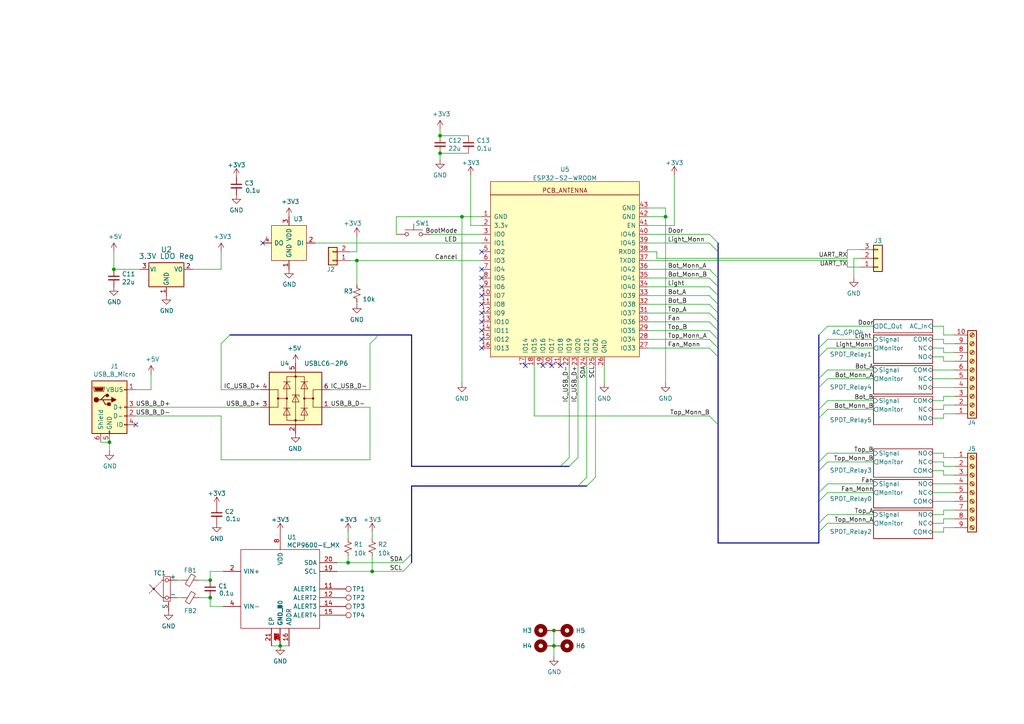
<source format=kicad_sch>
(kicad_sch (version 20211123) (generator eeschema)
  (paper "A4")
  (lib_symbols
    (symbol "Connector:Screw_Terminal_01x09" (pin_names (offset 1.016) hide)
      (property "Reference" "J" (at 0 12.7 0))
      (property "Value" "Screw_Terminal_01x09" (at 0 -12.7 0))
      (symbol "Screw_Terminal_01x09_1_1"
        (pin passive line (at -5.08 10.16 0) (length 3.81) (name "Pin_1") (number "1"))
        (pin passive line (at -5.08 7.62 0) (length 3.81) (name "Pin_2") (number "2"))
        (pin passive line (at -5.08 5.08 0) (length 3.81) (name "Pin_3") (number "3"))
        (pin passive line (at -5.08 2.54 0) (length 3.81) (name "Pin_4") (number "4"))
        (pin passive line (at -5.08 0 0) (length 3.81) (name "Pin_5") (number "5"))
        (pin passive line (at -5.08 -2.54 0) (length 3.81) (name "Pin_6") (number "6"))
        (pin passive line (at -5.08 -5.08 0) (length 3.81) (name "Pin_7") (number "7"))
        (pin passive line (at -5.08 -7.62 0) (length 3.81) (name "Pin_8") (number "8"))
        (pin passive line (at -5.08 -10.16 0) (length 3.81) (name "Pin_9") (number "9"))
      )
    )
    (symbol "Connector:Screw_Terminal_01x10" (pin_names (offset 1.016) hide)
      (property "Reference" "J" (at 0 12.7 0))
      (property "Value" "Screw_Terminal_01x10" (at 0 -15.24 0))
      (symbol "Screw_Terminal_01x10_1_1"
        (pin passive line (at -5.08 10.16 0) (length 3.81) (name "Pin_1") (number "1"))
        (pin passive line (at -5.08 -12.7 0) (length 3.81) (name "Pin_10") (number "10"))
        (pin passive line (at -5.08 7.62 0) (length 3.81) (name "Pin_2") (number "2"))
        (pin passive line (at -5.08 5.08 0) (length 3.81) (name "Pin_3") (number "3"))
        (pin passive line (at -5.08 2.54 0) (length 3.81) (name "Pin_4") (number "4"))
        (pin passive line (at -5.08 0 0) (length 3.81) (name "Pin_5") (number "5"))
        (pin passive line (at -5.08 -2.54 0) (length 3.81) (name "Pin_6") (number "6"))
        (pin passive line (at -5.08 -5.08 0) (length 3.81) (name "Pin_7") (number "7"))
        (pin passive line (at -5.08 -7.62 0) (length 3.81) (name "Pin_8") (number "8"))
        (pin passive line (at -5.08 -10.16 0) (length 3.81) (name "Pin_9") (number "9"))
      )
    )
    (symbol "Connector:TestPoint" (pin_numbers hide) (pin_names (offset 0.762) hide)
      (property "Reference" "TP" (at 0 6.858 0))
      (property "Value" "TestPoint" (at 0 5.08 0))
      (symbol "TestPoint_1_1"
        (pin passive line (at 0 0 90) (length 2.54) (name "1") (number "1"))
      )
    )
    (symbol "Connector:USB_B_Micro" (pin_names (offset 1.016))
      (property "Reference" "J" (at -5.08 11.43 0))
      (property "Value" "USB_B_Micro" (at -5.08 8.89 0))
      (symbol "USB_B_Micro_1_1"
        (pin power_out line (at 7.62 5.08 180) (length 2.54) (name "VBUS") (number "1"))
        (pin bidirectional line (at 7.62 -2.54 180) (length 2.54) (name "D-") (number "2"))
        (pin bidirectional line (at 7.62 0 180) (length 2.54) (name "D+") (number "3"))
        (pin passive line (at 7.62 -5.08 180) (length 2.54) (name "ID") (number "4"))
        (pin power_out line (at 0 -10.16 90) (length 2.54) (name "GND") (number "5"))
        (pin passive line (at -2.54 -10.16 90) (length 2.54) (name "Shield") (number "6"))
      )
    )
    (symbol "Connector_Generic:Conn_01x02" (pin_names (offset 1.016) hide)
      (property "Reference" "J" (at 0 2.54 0))
      (property "Value" "Conn_01x02" (at 0 -5.08 0))
      (symbol "Conn_01x02_1_1"
        (pin passive line (at -5.08 0 0) (length 3.81) (name "Pin_1") (number "1"))
        (pin passive line (at -5.08 -2.54 0) (length 3.81) (name "Pin_2") (number "2"))
      )
    )
    (symbol "Connector_Generic:Conn_01x03" (pin_names (offset 1.016) hide)
      (property "Reference" "J" (at 0 5.08 0))
      (property "Value" "Conn_01x03" (at 0 -5.08 0))
      (symbol "Conn_01x03_1_1"
        (pin passive line (at -5.08 2.54 0) (length 3.81) (name "Pin_1") (number "1"))
        (pin passive line (at -5.08 0 0) (length 3.81) (name "Pin_2") (number "2"))
        (pin passive line (at -5.08 -2.54 0) (length 3.81) (name "Pin_3") (number "3"))
      )
    )
    (symbol "Device:C_Small" (pin_numbers hide) (pin_names (offset 0.254) hide)
      (property "Reference" "C" (at 0.254 1.778 0))
      (property "Value" "C_Small" (at 0.254 -2.032 0))
      (symbol "C_Small_1_1"
        (pin passive line (at 0 2.54 270) (length 2.032) (name "~") (number "1"))
        (pin passive line (at 0 -2.54 90) (length 2.032) (name "~") (number "2"))
      )
    )
    (symbol "Device:FerriteBead_Small" (pin_numbers hide) (pin_names (offset 0))
      (property "Reference" "FB" (at 1.905 1.27 0))
      (property "Value" "FerriteBead_Small" (at 1.905 -1.27 0))
      (symbol "FerriteBead_Small_1_1"
        (pin passive line (at 0 2.54 270) (length 1.27) (name "~") (number "1"))
        (pin passive line (at 0 -2.54 90) (length 1.27) (name "~") (number "2"))
      )
    )
    (symbol "Device:R_Small_US" (pin_numbers hide) (pin_names (offset 0.254) hide)
      (property "Reference" "R" (at 0.762 0.508 0))
      (property "Value" "R_Small_US" (at 0.762 -1.016 0))
      (symbol "R_Small_US_1_1"
        (pin passive line (at 0 2.54 270) (length 1.016) (name "~") (number "1"))
        (pin passive line (at 0 -2.54 90) (length 1.016) (name "~") (number "2"))
      )
    )
    (symbol "ESP32-S2-WROOM:ESP32-S2-WROOM" (pin_names (offset 1.016))
      (property "Reference" "U" (at 0 0 0))
      (property "Value" "ESP32-S2-WROOM" (at 0 27.94 0))
      (symbol "ESP32-S2-WROOM_0_0"
        (text "PCB_ANTENNA" (at -1.27 24.13 0) (effects (font (size 1.27 1.27))))
      )
      (symbol "ESP32-S2-WROOM_1_1"
        (pin power_in line (at -25.4 16.51 0) (length 2.4892) (name "GND") (number "1"))
        (pin bidirectional line (at -25.4 -6.35 0) (length 2.4892) (name "IO7") (number "10"))
        (pin bidirectional line (at -25.4 -8.89 0) (length 2.4892) (name "IO8") (number "11"))
        (pin bidirectional line (at -25.4 -11.43 0) (length 2.4892) (name "IO9") (number "12"))
        (pin bidirectional line (at -25.4 -13.97 0) (length 2.4892) (name "IO10") (number "13"))
        (pin bidirectional line (at -25.4 -16.51 0) (length 2.4892) (name "IO11") (number "14"))
        (pin bidirectional line (at -25.4 -19.05 0) (length 2.4892) (name "IO12") (number "15"))
        (pin bidirectional line (at -25.4 -21.59 0) (length 2.4892) (name "IO13") (number "16"))
        (pin bidirectional line (at -12.7 -26.67 90) (length 2.4892) (name "IO14") (number "17"))
        (pin bidirectional line (at -10.16 -26.67 90) (length 2.4892) (name "IO15") (number "18"))
        (pin bidirectional line (at -7.62 -26.67 90) (length 2.4892) (name "IO16") (number "19"))
        (pin power_in line (at -25.4 13.97 0) (length 2.4892) (name "3.3v") (number "2"))
        (pin bidirectional line (at -5.08 -26.67 90) (length 2.4892) (name "IO17") (number "20"))
        (pin bidirectional line (at -2.54 -26.67 90) (length 2.4892) (name "IO18") (number "21"))
        (pin bidirectional line (at 0 -26.67 90) (length 2.4892) (name "IO19") (number "22"))
        (pin bidirectional line (at 2.54 -26.67 90) (length 2.4892) (name "IO20") (number "23"))
        (pin bidirectional line (at 5.08 -26.67 90) (length 2.4892) (name "IO21") (number "24"))
        (pin bidirectional line (at 7.62 -26.67 90) (length 2.4892) (name "IO26") (number "25"))
        (pin power_in line (at 10.16 -26.67 90) (length 2.4892) (name "GND") (number "26"))
        (pin bidirectional line (at 22.86 -21.59 180) (length 2.4892) (name "IO33") (number "27"))
        (pin bidirectional line (at 22.86 -19.05 180) (length 2.4892) (name "IO34") (number "28"))
        (pin bidirectional line (at 22.86 -16.51 180) (length 2.4892) (name "IO35") (number "29"))
        (pin bidirectional line (at -25.4 11.43 0) (length 2.4892) (name "IO0") (number "3"))
        (pin bidirectional line (at 22.86 -13.97 180) (length 2.4892) (name "IO36") (number "30"))
        (pin bidirectional line (at 22.86 -11.43 180) (length 2.4892) (name "IO37") (number "31"))
        (pin bidirectional line (at 22.86 -8.89 180) (length 2.4892) (name "IO38") (number "32"))
        (pin bidirectional line (at 22.86 -6.35 180) (length 2.4892) (name "IO39") (number "33"))
        (pin bidirectional line (at 22.86 -3.81 180) (length 2.4892) (name "IO40") (number "34"))
        (pin bidirectional line (at 22.86 -1.27 180) (length 2.4892) (name "IO41") (number "35"))
        (pin bidirectional line (at 22.86 1.27 180) (length 2.4892) (name "IO42") (number "36"))
        (pin bidirectional line (at 22.86 3.81 180) (length 2.4892) (name "TXD0") (number "37"))
        (pin bidirectional line (at 22.86 6.35 180) (length 2.4892) (name "RXD0") (number "38"))
        (pin bidirectional line (at 22.86 8.89 180) (length 2.4892) (name "IO45") (number "39"))
        (pin bidirectional line (at -25.4 8.89 0) (length 2.4892) (name "IO1") (number "4"))
        (pin bidirectional line (at 22.86 11.43 180) (length 2.4892) (name "IO46") (number "40"))
        (pin bidirectional line (at 22.86 13.97 180) (length 2.4892) (name "EN") (number "41"))
        (pin power_in line (at 22.86 16.51 180) (length 2.4892) (name "GND") (number "42"))
        (pin power_in line (at 22.86 19.05 180) (length 2.4892) (name "GND") (number "43"))
        (pin bidirectional line (at -25.4 6.35 0) (length 2.4892) (name "IO2") (number "5"))
        (pin bidirectional line (at -25.4 3.81 0) (length 2.4892) (name "IO3") (number "6"))
        (pin bidirectional line (at -25.4 1.27 0) (length 2.4892) (name "IO4") (number "7"))
        (pin bidirectional line (at -25.4 -1.27 0) (length 2.4892) (name "IO5") (number "8"))
        (pin bidirectional line (at -25.4 -3.81 0) (length 2.4892) (name "IO6") (number "9"))
      )
    )
    (symbol "ESP32_RGBTemp-rescue:+3.3V-power" (power) (pin_names (offset 0))
      (property "Value" "+3.3V-power" (at 0 3.556 0))
      (symbol "+3.3V-power_1_1"
        (pin power_in line (at 0 0 90) (length 0) hide (name "+3V3") (number "1"))
      )
    )
    (symbol "IN-PI33TBTPRPGPB:IN-PI33TBTPRPGPB" (pin_names (offset 0.762))
      (property "Reference" "LED" (at 5.08 7.62 0))
      (property "Value" "IN-PI33TBTPRPGPB" (at 5.08 5.08 0))
      (symbol "IN-PI33TBTPRPGPB_0_0"
        (pin passive line (at 0 -12.7 90) (length 2.54) (name "GND") (number "1"))
        (pin passive line (at 7.62 -5.08 180) (length 2.54) (name "DI") (number "2"))
        (pin passive line (at 0 2.54 270) (length 2.54) (name "VDD") (number "3"))
        (pin passive line (at -7.62 -5.08 0) (length 2.54) (name "DO") (number "4"))
      )
    )
    (symbol "MCP9600-E_MX:MCP9600-E_MX" (pin_names (offset 0.762))
      (property "Reference" "U" (at 1.27 -2.54 0))
      (property "Value" "MCP9600-E_MX" (at 12.7 1.27 0))
      (symbol "MCP9600-E_MX_0_0"
        (pin passive line (at 11.43 -27.94 90) (length 5.08) (name "GND_1") (number "1"))
        (pin passive line (at 11.43 -27.94 90) (length 5.08) (name "GND_7") (number "10"))
        (pin passive line (at 27.94 -11.43 180) (length 5.08) (name "ALERT1") (number "11"))
        (pin passive line (at 27.94 -13.97 180) (length 5.08) (name "ALERT2") (number "12"))
        (pin passive line (at 11.43 -27.94 90) (length 5.08) (name "GND_8") (number "13"))
        (pin passive line (at 27.94 -16.51 180) (length 5.08) (name "ALERT3") (number "14"))
        (pin passive line (at 27.94 -19.05 180) (length 5.08) (name "ALERT4") (number "15"))
        (pin passive line (at 13.97 -27.94 90) (length 5.08) (name "ADDR") (number "16"))
        (pin passive line (at 11.43 -27.94 90) (length 5.08) (name "GND_9") (number "17"))
        (pin passive line (at 11.43 -27.94 90) (length 5.08) (name "GND_10") (number "18"))
        (pin passive line (at 27.94 -6.35 180) (length 5.08) (name "SCL") (number "19"))
        (pin passive line (at -5.08 -6.35 0) (length 5.08) (name "VIN+") (number "2"))
        (pin passive line (at 27.94 -3.81 180) (length 5.08) (name "SDA") (number "20"))
        (pin passive line (at 8.89 -27.94 90) (length 5.08) (name "EP") (number "21"))
        (pin passive line (at 11.43 -27.94 90) (length 5.08) (name "GND_2") (number "3"))
        (pin passive line (at -5.08 -16.51 0) (length 5.08) (name "VIN-") (number "4"))
        (pin passive line (at 11.43 -27.94 90) (length 5.08) (name "GND_3") (number "5"))
        (pin passive line (at 11.43 -27.94 90) (length 5.08) (name "GND_4") (number "6"))
        (pin passive line (at 11.43 -27.94 90) (length 5.08) (name "GND_5") (number "7"))
        (pin passive line (at 11.43 5.08 270) (length 5.08) (name "VDD") (number "8"))
        (pin passive line (at 11.43 -27.94 90) (length 5.08) (name "GND_6") (number "9"))
      )
    )
    (symbol "Mechanical:MountingHole_Pad" (pin_numbers hide) (pin_names (offset 1.016) hide)
      (property "Reference" "H" (at 0 6.35 0))
      (property "Value" "MountingHole_Pad" (at 0 4.445 0))
      (symbol "MountingHole_Pad_1_1"
        (pin input line (at 0 -2.54 90) (length 2.54) (name "1") (number "1"))
      )
    )
    (symbol "Power_Protection:USBLC6-2P6" (pin_names hide)
      (property "Reference" "U" (at 2.54 8.89 0))
      (property "Value" "USBLC6-2P6" (at 2.54 -8.89 0))
      (symbol "USBLC6-2P6_1_1"
        (pin passive line (at -10.16 -2.54 0) (length 2.54) (name "I/O1") (number "1"))
        (pin passive line (at 0 -10.16 90) (length 2.54) (name "GND") (number "2"))
        (pin passive line (at 10.16 -2.54 180) (length 2.54) (name "I/O2") (number "3"))
        (pin passive line (at 10.16 2.54 180) (length 2.54) (name "I/O2") (number "4"))
        (pin passive line (at 0 10.16 270) (length 2.54) (name "VBUS") (number "5"))
        (pin passive line (at -10.16 2.54 0) (length 2.54) (name "I/O1") (number "6"))
      )
    )
    (symbol "Regulator_Linear:LM1117-3.3" (pin_names (offset 0.254))
      (property "Reference" "U" (at -3.81 3.175 0))
      (property "Value" "LM1117-3.3" (at 0 3.175 0))
      (symbol "LM1117-3.3_1_1"
        (pin power_in line (at 0 -7.62 90) (length 2.54) (name "GND") (number "1"))
        (pin power_out line (at 7.62 0 180) (length 2.54) (name "VO") (number "2"))
        (pin power_in line (at -7.62 0 0) (length 2.54) (name "VI") (number "3"))
      )
    )
    (symbol "Switch:SW_Push" (pin_numbers hide) (pin_names (offset 1.016) hide)
      (property "Reference" "SW" (at 1.27 2.54 0))
      (property "Value" "SW_Push" (at 0 -1.524 0))
      (symbol "SW_Push_0_1"
        (pin passive line (at -5.08 0 0) (length 2.54) (name "1") (number "1"))
        (pin passive line (at 5.08 0 180) (length 2.54) (name "2") (number "2"))
      )
    )
    (symbol "ThermocoupleShielded:Thermocouple_Block" (pin_numbers hide) (pin_names (offset 0))
      (property "Reference" "TC" (at -3.048 3.81 0))
      (property "Value" "Thermocouple_Block" (at 1.27 5.08 0))
      (symbol "Thermocouple_Block_1_1"
        (pin passive line (at 5.08 2.54 180) (length 2.54) (name "+") (number "1"))
        (pin passive line (at 5.08 -2.54 180) (length 2.54) (name "-") (number "2"))
        (pin passive line (at 2.54 -6.35 90) (length 2.54) (name "S") (number "3"))
      )
    )
    (symbol "power:+3V3" (power) (pin_names (offset 0))
      (property "Value" "+3V3" (at 0 3.556 0))
      (symbol "+3V3_1_1"
        (pin power_in line (at 0 0 90) (length 0) hide (name "+3V3") (number "1"))
      )
    )
    (symbol "power:+5V" (power) (pin_names (offset 0))
      (property "Value" "+5V" (at 0 3.556 0))
      (symbol "+5V_1_1"
        (pin power_in line (at 0 0 90) (length 0) hide (name "+5V") (number "1"))
      )
    )
    (symbol "power:GND" (power) (pin_names (offset 0))
      (property "Value" "GND" (at 0 -3.81 0))
      (symbol "GND_1_1"
        (pin power_in line (at 0 0 270) (length 0) hide (name "GND") (number "1"))
      )
    )
  )
  (junction (at 160.655 182.88))
  (junction (at 31.75 128.27))
  (junction (at 160.655 187.325))
  (junction (at 60.96 168.275))
  (junction (at 127.635 44.45))
  (junction (at 193.04 62.865))
  (junction (at 100.965 163.195))
  (junction (at 60.96 173.355))
  (junction (at 133.985 62.865))
  (junction (at 103.505 75.565))
  (junction (at 33.02 78.105))
  (junction (at 107.95 165.735))
  (junction (at 127.635 39.37))
  (junction (at 81.28 187.325))
  (no_connect (at 160.02 106.045))
  (no_connect (at 139.7 83.185))
  (no_connect (at 162.56 106.045))
  (no_connect (at 139.7 88.265))
  (no_connect (at 39.37 123.19))
  (no_connect (at 139.7 80.645))
  (no_connect (at 152.4 106.045))
  (no_connect (at 139.7 73.025))
  (no_connect (at 157.48 106.045))
  (no_connect (at 139.7 85.725))
  (no_connect (at 139.7 90.805))
  (no_connect (at 139.7 98.425))
  (no_connect (at 139.7 100.965))
  (no_connect (at 139.7 95.885))
  (no_connect (at 139.7 78.105))
  (no_connect (at 76.2 70.485))
  (no_connect (at 139.7 93.345))
  (bus_entry (at 205.74 80.645) (size 2.54 2.54))
  (bus_entry (at 205.74 90.805) (size 2.54 2.54))
  (bus_entry (at 240.03 140.335) (size -2.54 2.54))
  (bus_entry (at 240.03 149.225) (size -2.54 2.54))
  (bus_entry (at 240.03 116.205) (size -2.54 2.54))
  (bus_entry (at 205.74 88.265) (size 2.54 2.54))
  (bus_entry (at 165.1 132.715) (size -2.54 2.54))
  (bus_entry (at 116.84 163.195) (size 2.54 -2.54))
  (bus_entry (at 205.74 78.105) (size 2.54 2.54))
  (bus_entry (at 109.855 97.155) (size -2.54 2.54))
  (bus_entry (at 205.74 70.485) (size 2.54 2.54))
  (bus_entry (at 240.03 151.765) (size -2.54 2.54))
  (bus_entry (at 205.74 85.725) (size 2.54 2.54))
  (bus_entry (at 205.74 95.885) (size 2.54 2.54))
  (bus_entry (at 205.74 100.965) (size 2.54 2.54))
  (bus_entry (at 240.03 118.745) (size -2.54 2.54))
  (bus_entry (at 205.74 83.185) (size 2.54 2.54))
  (bus_entry (at 240.03 100.965) (size -2.54 2.54))
  (bus_entry (at 240.03 107.315) (size -2.54 2.54))
  (bus_entry (at 240.03 98.425) (size -2.54 2.54))
  (bus_entry (at 240.03 94.615) (size -2.54 2.54))
  (bus_entry (at 240.03 131.445) (size -2.54 2.54))
  (bus_entry (at 205.74 120.65) (size 2.54 2.54))
  (bus_entry (at 240.03 142.875) (size -2.54 2.54))
  (bus_entry (at 205.74 93.345) (size 2.54 2.54))
  (bus_entry (at 167.64 132.715) (size -2.54 2.54))
  (bus_entry (at 170.18 138.43) (size -2.54 2.54))
  (bus_entry (at 66.675 97.155) (size -2.54 2.54))
  (bus_entry (at 205.74 98.425) (size 2.54 2.54))
  (bus_entry (at 205.74 67.945) (size 2.54 2.54))
  (bus_entry (at 240.03 133.985) (size -2.54 2.54))
  (bus_entry (at 172.72 138.43) (size -2.54 2.54))
  (bus_entry (at 116.84 165.735) (size 2.54 -2.54))
  (bus_entry (at 240.03 109.855) (size -2.54 2.54))
  (bus (pts (xy 119.38 140.97) (xy 119.38 160.655)))
  (wire (pts (xy 154.94 120.65) (xy 205.74 120.65)))
  (wire (pts (xy 97.79 165.735) (xy 107.95 165.735)))
  (wire (pts (xy 270.51 131.445) (xy 273.685 131.445)))
  (wire (pts (xy 60.96 175.895) (xy 60.96 173.355)))
  (wire (pts (xy 133.985 62.865) (xy 139.7 62.865)))
  (wire (pts (xy 64.77 175.895) (xy 60.96 175.895)))
  (bus (pts (xy 119.38 160.655) (xy 119.38 163.195)))
  (wire (pts (xy 247.65 74.93) (xy 249.555 74.93)))
  (wire (pts (xy 51.435 173.355) (xy 52.705 173.355)))
  (bus (pts (xy 237.49 157.48) (xy 237.49 154.305)))
  (wire (pts (xy 170.18 106.045) (xy 170.18 138.43)))
  (bus (pts (xy 237.49 103.505) (xy 237.49 109.855)))
  (wire (pts (xy 107.315 118.11) (xy 95.885 118.11)))
  (wire (pts (xy 75.565 113.03) (xy 64.135 113.03)))
  (wire (pts (xy 240.03 118.745) (xy 253.365 118.745)))
  (wire (pts (xy 139.7 65.405) (xy 136.525 65.405)))
  (bus (pts (xy 208.28 95.885) (xy 208.28 98.425)))
  (wire (pts (xy 270.51 151.765) (xy 273.685 151.765)))
  (wire (pts (xy 64.135 133.35) (xy 107.315 133.35)))
  (wire (pts (xy 273.685 137.795) (xy 276.86 137.795)))
  (wire (pts (xy 81.28 187.325) (xy 83.82 187.325)))
  (wire (pts (xy 187.96 88.265) (xy 205.74 88.265)))
  (wire (pts (xy 127.635 44.45) (xy 127.635 46.355)))
  (wire (pts (xy 187.96 62.865) (xy 193.04 62.865)))
  (wire (pts (xy 273.685 120.015) (xy 276.86 120.015)))
  (wire (pts (xy 187.96 83.185) (xy 205.74 83.185)))
  (bus (pts (xy 237.49 100.965) (xy 237.49 103.505)))
  (wire (pts (xy 107.315 133.35) (xy 107.315 118.11)))
  (wire (pts (xy 187.96 65.405) (xy 195.58 65.405)))
  (wire (pts (xy 187.96 70.485) (xy 205.74 70.485)))
  (wire (pts (xy 273.685 133.985) (xy 273.685 135.255)))
  (wire (pts (xy 64.77 165.735) (xy 60.96 165.735)))
  (wire (pts (xy 29.21 128.27) (xy 31.75 128.27)))
  (wire (pts (xy 187.96 90.805) (xy 205.74 90.805)))
  (bus (pts (xy 237.49 133.985) (xy 237.49 136.525)))
  (wire (pts (xy 273.685 147.955) (xy 273.685 149.225)))
  (wire (pts (xy 273.685 135.255) (xy 276.86 135.255)))
  (wire (pts (xy 172.72 106.045) (xy 172.72 138.43)))
  (bus (pts (xy 208.28 98.425) (xy 208.28 100.965)))
  (wire (pts (xy 190.5 74.93) (xy 245.745 74.93)))
  (bus (pts (xy 237.49 97.155) (xy 237.49 100.965)))
  (wire (pts (xy 127.635 39.37) (xy 135.89 39.37)))
  (wire (pts (xy 39.37 120.65) (xy 64.135 120.65)))
  (wire (pts (xy 91.44 70.485) (xy 139.7 70.485)))
  (wire (pts (xy 270.51 100.965) (xy 273.685 100.965)))
  (wire (pts (xy 270.51 107.315) (xy 276.86 107.315)))
  (wire (pts (xy 187.96 67.945) (xy 205.74 67.945)))
  (bus (pts (xy 109.855 97.155) (xy 119.38 97.155)))
  (bus (pts (xy 208.28 90.805) (xy 208.28 93.345)))
  (wire (pts (xy 187.96 60.325) (xy 193.04 60.325)))
  (bus (pts (xy 167.64 140.97) (xy 119.38 140.97)))
  (wire (pts (xy 127.635 37.465) (xy 127.635 39.37)))
  (wire (pts (xy 270.51 154.305) (xy 273.685 154.305)))
  (wire (pts (xy 270.51 98.425) (xy 273.685 98.425)))
  (wire (pts (xy 270.51 140.335) (xy 276.86 140.335)))
  (bus (pts (xy 237.49 118.745) (xy 237.49 121.285)))
  (wire (pts (xy 51.435 168.275) (xy 52.705 168.275)))
  (wire (pts (xy 270.51 94.615) (xy 273.685 94.615)))
  (wire (pts (xy 240.03 100.965) (xy 253.365 100.965)))
  (wire (pts (xy 240.03 140.335) (xy 253.365 140.335)))
  (wire (pts (xy 247.65 80.645) (xy 247.65 74.93)))
  (bus (pts (xy 237.49 154.305) (xy 237.49 151.765)))
  (wire (pts (xy 276.86 150.495) (xy 273.685 150.495)))
  (bus (pts (xy 208.28 100.965) (xy 208.28 103.505)))
  (bus (pts (xy 208.28 83.185) (xy 208.28 85.725)))
  (bus (pts (xy 237.49 142.875) (xy 237.49 145.415)))
  (wire (pts (xy 107.95 161.29) (xy 107.95 165.735)))
  (wire (pts (xy 43.815 113.03) (xy 39.37 113.03)))
  (wire (pts (xy 240.03 133.985) (xy 253.365 133.985)))
  (wire (pts (xy 97.79 163.195) (xy 100.965 163.195)))
  (wire (pts (xy 273.685 118.745) (xy 270.51 118.745)))
  (wire (pts (xy 240.03 109.855) (xy 253.365 109.855)))
  (wire (pts (xy 270.51 142.875) (xy 276.86 142.875)))
  (wire (pts (xy 273.685 132.715) (xy 276.86 132.715)))
  (wire (pts (xy 100.965 161.29) (xy 100.965 163.195)))
  (wire (pts (xy 273.685 102.235) (xy 276.86 102.235)))
  (wire (pts (xy 187.96 93.345) (xy 205.74 93.345)))
  (wire (pts (xy 103.505 73.025) (xy 101.6 73.025)))
  (wire (pts (xy 114.935 67.945) (xy 114.935 62.865)))
  (wire (pts (xy 107.315 113.03) (xy 107.315 99.695)))
  (wire (pts (xy 273.685 114.935) (xy 273.685 116.205)))
  (wire (pts (xy 273.685 137.795) (xy 273.685 136.525)))
  (wire (pts (xy 273.685 150.495) (xy 273.685 151.765)))
  (wire (pts (xy 273.685 94.615) (xy 273.685 97.155)))
  (bus (pts (xy 208.28 85.725) (xy 208.28 88.265)))
  (bus (pts (xy 208.28 93.345) (xy 208.28 95.885)))
  (wire (pts (xy 273.685 120.015) (xy 273.685 121.285)))
  (wire (pts (xy 100.965 163.195) (xy 116.84 163.195)))
  (wire (pts (xy 273.685 97.155) (xy 276.86 97.155)))
  (wire (pts (xy 160.655 182.88) (xy 160.655 187.325)))
  (bus (pts (xy 237.49 109.855) (xy 237.49 112.395)))
  (wire (pts (xy 245.745 77.47) (xy 245.745 75.565)))
  (wire (pts (xy 240.03 94.615) (xy 253.365 94.615)))
  (wire (pts (xy 78.74 187.325) (xy 81.28 187.325)))
  (wire (pts (xy 103.505 87.63) (xy 103.505 88.265)))
  (wire (pts (xy 240.03 151.765) (xy 253.365 151.765)))
  (bus (pts (xy 208.28 73.025) (xy 208.28 80.645)))
  (wire (pts (xy 273.685 104.775) (xy 276.86 104.775)))
  (wire (pts (xy 57.785 168.275) (xy 60.96 168.275)))
  (bus (pts (xy 237.49 112.395) (xy 237.49 118.745)))
  (wire (pts (xy 273.685 103.505) (xy 270.51 103.505)))
  (wire (pts (xy 276.86 153.035) (xy 273.685 153.035)))
  (wire (pts (xy 187.96 95.885) (xy 205.74 95.885)))
  (wire (pts (xy 270.51 112.395) (xy 276.86 112.395)))
  (wire (pts (xy 240.03 116.205) (xy 253.365 116.205)))
  (wire (pts (xy 107.95 165.735) (xy 116.84 165.735)))
  (wire (pts (xy 273.685 117.475) (xy 273.685 118.745)))
  (wire (pts (xy 55.88 78.105) (xy 64.135 78.105)))
  (wire (pts (xy 276.86 147.955) (xy 273.685 147.955)))
  (bus (pts (xy 208.28 103.505) (xy 208.28 123.19)))
  (wire (pts (xy 240.03 98.425) (xy 253.365 98.425)))
  (bus (pts (xy 66.675 97.155) (xy 109.855 97.155)))
  (wire (pts (xy 136.525 50.8) (xy 136.525 65.405)))
  (bus (pts (xy 170.18 140.97) (xy 167.64 140.97)))
  (wire (pts (xy 240.03 149.225) (xy 253.365 149.225)))
  (wire (pts (xy 273.685 121.285) (xy 270.51 121.285)))
  (bus (pts (xy 208.28 80.645) (xy 208.28 83.185)))
  (wire (pts (xy 273.685 131.445) (xy 273.685 132.715)))
  (wire (pts (xy 240.03 142.875) (xy 253.365 142.875)))
  (wire (pts (xy 103.505 75.565) (xy 101.6 75.565)))
  (wire (pts (xy 193.04 60.325) (xy 193.04 62.865)))
  (wire (pts (xy 133.985 111.125) (xy 133.985 62.865)))
  (wire (pts (xy 273.685 104.775) (xy 273.685 103.505)))
  (wire (pts (xy 167.64 106.045) (xy 167.64 132.715)))
  (wire (pts (xy 270.51 109.855) (xy 276.86 109.855)))
  (wire (pts (xy 273.685 117.475) (xy 276.86 117.475)))
  (wire (pts (xy 60.96 165.735) (xy 60.96 168.275)))
  (wire (pts (xy 125.095 67.945) (xy 139.7 67.945)))
  (wire (pts (xy 165.1 106.045) (xy 165.1 132.715)))
  (wire (pts (xy 270.51 133.985) (xy 273.685 133.985)))
  (wire (pts (xy 270.51 149.225) (xy 273.685 149.225)))
  (wire (pts (xy 187.96 80.645) (xy 205.74 80.645)))
  (wire (pts (xy 114.935 62.865) (xy 133.985 62.865)))
  (bus (pts (xy 208.28 70.485) (xy 208.28 73.025)))
  (wire (pts (xy 249.555 77.47) (xy 245.745 77.47)))
  (wire (pts (xy 240.03 107.315) (xy 253.365 107.315)))
  (bus (pts (xy 237.49 142.875) (xy 237.49 136.525)))
  (wire (pts (xy 107.95 154.305) (xy 107.95 156.21)))
  (bus (pts (xy 165.1 135.255) (xy 162.56 135.255)))
  (wire (pts (xy 103.505 75.565) (xy 139.7 75.565)))
  (wire (pts (xy 270.51 145.415) (xy 276.86 145.415)))
  (wire (pts (xy 31.75 128.27) (xy 31.75 130.81)))
  (wire (pts (xy 270.51 136.525) (xy 273.685 136.525)))
  (wire (pts (xy 249.555 72.39) (xy 245.745 72.39)))
  (bus (pts (xy 237.49 121.285) (xy 237.49 133.985)))
  (wire (pts (xy 195.58 50.8) (xy 195.58 65.405)))
  (wire (pts (xy 64.135 73.025) (xy 64.135 78.105)))
  (bus (pts (xy 119.38 97.155) (xy 119.38 135.255)))
  (bus (pts (xy 208.28 157.48) (xy 237.49 157.48)))
  (wire (pts (xy 187.96 100.965) (xy 205.74 100.965)))
  (wire (pts (xy 240.03 131.445) (xy 253.365 131.445)))
  (wire (pts (xy 39.37 118.11) (xy 75.565 118.11)))
  (wire (pts (xy 273.685 98.425) (xy 273.685 99.695)))
  (wire (pts (xy 273.685 114.935) (xy 276.86 114.935)))
  (wire (pts (xy 100.965 154.305) (xy 100.965 156.21)))
  (wire (pts (xy 154.94 120.65) (xy 154.94 106.045)))
  (wire (pts (xy 187.96 73.025) (xy 190.5 73.025)))
  (wire (pts (xy 187.96 78.105) (xy 205.74 78.105)))
  (wire (pts (xy 273.685 100.965) (xy 273.685 102.235)))
  (wire (pts (xy 64.135 120.65) (xy 64.135 133.35)))
  (wire (pts (xy 33.02 78.105) (xy 33.02 73.025)))
  (wire (pts (xy 187.96 98.425) (xy 205.74 98.425)))
  (wire (pts (xy 273.685 153.035) (xy 273.685 154.305)))
  (wire (pts (xy 160.655 187.325) (xy 160.655 190.5)))
  (wire (pts (xy 193.04 62.865) (xy 193.04 111.125)))
  (wire (pts (xy 43.815 108.585) (xy 43.815 113.03)))
  (wire (pts (xy 175.26 106.045) (xy 175.26 111.125)))
  (wire (pts (xy 273.685 116.205) (xy 270.51 116.205)))
  (bus (pts (xy 237.49 151.765) (xy 237.49 145.415)))
  (wire (pts (xy 103.505 68.58) (xy 103.505 73.025)))
  (wire (pts (xy 64.135 113.03) (xy 64.135 99.695)))
  (wire (pts (xy 95.885 113.03) (xy 107.315 113.03)))
  (bus (pts (xy 208.28 88.265) (xy 208.28 90.805)))
  (bus (pts (xy 119.38 135.255) (xy 162.56 135.255)))
  (wire (pts (xy 190.5 73.025) (xy 190.5 74.93)))
  (wire (pts (xy 245.745 72.39) (xy 245.745 74.93)))
  (wire (pts (xy 135.89 44.45) (xy 127.635 44.45)))
  (wire (pts (xy 187.96 75.565) (xy 245.745 75.565)))
  (wire (pts (xy 57.785 173.355) (xy 60.96 173.355)))
  (wire (pts (xy 187.96 85.725) (xy 205.74 85.725)))
  (wire (pts (xy 40.64 78.105) (xy 33.02 78.105)))
  (bus (pts (xy 208.28 123.19) (xy 208.28 157.48)))
  (wire (pts (xy 273.685 99.695) (xy 276.86 99.695)))
  (wire (pts (xy 103.505 75.565) (xy 103.505 82.55)))
  (label "USB_B_D-" (at 95.885 118.11 0))
  (label "Bot_B" (at 253.365 116.205 180))
  (label "SDA" (at 170.18 106.045 270))
  (label "Bot_B" (at 193.675 88.265 0))
  (label "Top_Monn_B" (at 253.365 133.985 180))
  (label "Bot_Monn_A" (at 193.675 78.105 0))
  (label "Bot_Monn_B" (at 193.675 80.645 0))
  (label "Fan" (at 253.365 140.335 180))
  (label "Light_Monn" (at 193.675 70.485 0))
  (label "UART_TX" (at 245.745 77.47 180))
  (label "Door" (at 193.675 67.945 0))
  (label "Fan_Monn" (at 253.365 142.875 180))
  (label "USB_B_D-" (at 39.37 120.65 0))
  (label "Fan" (at 193.675 93.345 0))
  (label "Bot_A" (at 253.365 107.315 180))
  (label "Bot_Monn_A" (at 253.365 109.855 180))
  (label "Door" (at 253.365 94.615 180))
  (label "Top_B" (at 253.365 131.445 180))
  (label "IC_USB_D+" (at 167.64 106.045 270))
  (label "Cancel" (at 132.715 75.565 180))
  (label "Top_A" (at 253.365 149.225 180))
  (label "USB_B_D+" (at 39.37 118.11 0))
  (label "SCL" (at 172.72 106.045 270))
  (label "IC_USB_D+" (at 75.565 113.03 180))
  (label "Light" (at 193.675 83.185 0))
  (label "LED" (at 128.905 70.485 0))
  (label "Top_Monn_A" (at 253.365 151.765 180))
  (label "IC_USB_D-" (at 95.885 113.03 0))
  (label "Top_Monn_B" (at 194.31 120.65 0))
  (label "SCL" (at 113.03 165.735 0))
  (label "Light_Monn" (at 253.0983 100.965 180))
  (label "IC_USB_D-" (at 165.1 106.045 270))
  (label "Fan_Monn" (at 193.675 100.965 0))
  (label "Top_A" (at 193.675 90.805 0))
  (label "Bot_Monn_B" (at 253.365 118.745 180))
  (label "BootMode" (at 132.715 67.945 180))
  (label "Bot_A" (at 193.675 85.725 0))
  (label "Light" (at 252.73 98.425 180))
  (label "SDA" (at 113.03 163.195 0))
  (label "UART_RX" (at 245.745 74.93 180))
  (label "Top_Monn_A" (at 193.675 98.425 0))
  (label "USB_B_D+" (at 75.565 118.11 180))
  (label "Top_B" (at 193.675 95.885 0))
  (symbol (lib_id "power:GND") (at 247.65 80.645 0) (unit 1)
    (property "Reference" "#PWR022" (effects hide))
    (property "Value" "GND" (at 247.65 85.0884 0))
  )
  (symbol (lib_id "power:GND") (at 68.58 56.515 0) (unit 1)
    (property "Reference" "#PWR011" (effects hide))
    (property "Value" "GND" (at 68.58 60.9584 0))
  )
  (symbol (lib_id "Switch:SW_Push") (at 120.015 67.945 0) (unit 1)
    (property "Reference" "SW1" (at 122.555 64.77 0))
    (property "Value" "SW_Push" (effects hide))
    (property "Footprint" "Button_Switch_THT:SW_PUSH_6mm_H4.3mm" (effects hide))
  )
  (symbol (lib_id "Connector_Generic:Conn_01x03") (at 254.635 74.93 0) (mirror x) (unit 1)
    (property "Reference" "J3" (at 254.635 69.85 0))
    (property "Value" "Conn_01x03" (effects hide))
    (property "Footprint" "Connector_PinHeader_2.54mm:PinHeader_1x03_P2.54mm_Vertical" (effects hide))
    (property "Notes" "DNP" (effects hide))
  )
  (symbol (lib_id "power:GND") (at 33.02 83.185 0) (unit 1)
    (property "Reference" "#PWR044" (effects hide))
    (property "Value" "GND" (at 33.147 87.5792 0))
  )
  (symbol (lib_id "Connector:USB_B_Micro") (at 31.75 118.11 0) (unit 1)
    (property "Reference" "J1" (at 33.1978 106.2482 0))
    (property "Value" "USB_B_Micro" (at 33.1978 108.5596 0))
    (property "Footprint" "Connector_USB:USB_Micro-B_Wuerth_629105150521" (effects hide))
    (property "Datasheet" "https://katalog.we-online.de/em/datasheet/629105150521.pdf" (effects hide))
    (property "Part Number Digikey" "732-5960-1-ND" (effects hide))
    (property "Part Number Mouser" "710-629105150521" (effects hide))
    (property "Part Number Manufacturer" "629105150521" (effects hide))
    (property "Manufacturer" "Würth Elektronik" (effects hide))
  )
  (symbol (lib_id "Device:C_Small") (at 68.58 53.975 0) (unit 1)
    (property "Reference" "C3" (at 70.9041 53.1466 0) (effects (justify left)))
    (property "Value" "0.1u" (at 71.12 55.245 0) (effects (justify left)))
    (property "Footprint" "Capacitor_SMD:C_0805_2012Metric" (effects hide))
  )
  (symbol (lib_id "ESP32_RGBTemp-rescue:+3.3V-power") (at 127.635 37.465 0) (unit 1)
    (property "Reference" "#U07" (effects hide))
    (property "Value" "+3.3V" (at 128.016 33.0708 0))
  )
  (symbol (lib_id "Connector:TestPoint") (at 97.79 178.435 270) (unit 1)
    (property "Reference" "TP4" (at 102.235 178.435 90) (effects (justify left)))
    (property "Value" "TestPoint" (effects hide))
    (property "Footprint" "TestPoint:TestPoint_Pad_D1.0mm" (effects hide))
  )
  (symbol (lib_id "Connector:TestPoint") (at 97.79 170.815 270) (unit 1)
    (property "Reference" "TP1" (at 102.235 170.815 90) (effects (justify left)))
    (property "Value" "TestPoint" (effects hide))
    (property "Footprint" "TestPoint:TestPoint_Pad_D1.0mm" (effects hide))
  )
  (symbol (lib_id "power:GND") (at 193.04 111.125 0) (unit 1)
    (property "Reference" "#PWR020" (effects hide))
    (property "Value" "GND" (at 193.04 115.5684 0))
  )
  (symbol (lib_id "Device:R_Small_US") (at 100.965 158.75 0) (unit 1)
    (property "Reference" "R1" (at 102.616 157.9153 0) (effects (justify left)))
    (property "Value" "10k" (at 102.616 160.4522 0) (effects (justify left)))
    (property "Footprint" "Resistor_SMD:R_0805_2012Metric" (effects hide))
  )
  (symbol (lib_id "power:GND") (at 31.75 130.81 0) (unit 1)
    (property "Reference" "#PWR02" (effects hide))
    (property "Value" "GND" (at 31.877 135.2042 0))
  )
  (symbol (lib_id "power:GND") (at 175.26 111.125 0) (unit 1)
    (property "Reference" "#PWR019" (effects hide))
    (property "Value" "GND" (at 175.26 115.5684 0))
  )
  (symbol (lib_id "ThermocoupleShielded:Thermocouple_Block") (at 46.355 170.815 0) (unit 1)
    (property "Reference" "TC1" (at 46.355 166.2232 0))
    (property "Value" "Thermocouple_Block" (effects hide))
    (property "Footprint" "lib:PCC-SMP" (effects hide))
  )
  (symbol (lib_id "Regulator_Linear:LM1117-3.3") (at 48.26 78.105 0) (unit 1)
    (property "Reference" "U2" (at 48.26 72.39 0) (effects (font (size 1.524 1.524))))
    (property "Value" "3.3V LDO Reg" (at 48.26 74.295 0) (effects (font (size 1.524 1.524))))
    (property "Footprint" "Package_TO_SOT_SMD:TO-252-2" (effects hide))
    (property "Datasheet" "https://www.diodes.com/assets/Datasheets/AZ1084C.pdf" (effects hide))
    (property "Manufacturer" "Diodes Incorporated" (effects hide))
    (property "Part Number Manufacturer" "AZ1084CD-3.3TRG1" (effects hide))
    (property "Part Number Digikey" "AZ1084CD-3.3TRG1DICT-ND" (effects hide))
    (property "Part Number Mouser" "621-AZ1084CD-3.3TRG1" (effects hide))
  )
  (symbol (lib_id "Device:C_Small") (at 135.89 41.91 0) (unit 1)
    (property "Reference" "C13" (at 138.2268 40.7416 0) (effects (justify left)))
    (property "Value" "0.1u" (at 138.2268 43.053 0) (effects (justify left)))
    (property "Footprint" "Capacitor_SMD:C_0603_1608Metric" (effects hide))
    (property "Datasheet" "http://www.samsungsem.com/kr/support/product-search/mlcc/CL10B104KA8NNNC.jsp" (effects hide))
    (property "Manufacturer" "Samsung Electro-Mechanics" (effects hide))
    (property "Part Number Digikey" "1276-1006-1-ND" (effects hide))
    (property "Part Number Manufacturer" "CL10B104KA8NNNC" (effects hide))
    (property "Part Number Mouser" "187-CL10B104KA8NNNC" (effects hide))
  )
  (symbol (lib_id "power:GND") (at 48.895 177.165 0) (unit 1)
    (property "Reference" "#PWR01" (effects hide))
    (property "Value" "GND" (at 48.895 181.6084 0))
  )
  (symbol (lib_id "Device:C_Small") (at 127.635 41.91 0) (unit 1)
    (property "Reference" "C12" (at 129.9718 40.7416 0) (effects (justify left)))
    (property "Value" "22u" (at 129.9718 43.053 0) (effects (justify left)))
    (property "Footprint" "Capacitor_SMD:C_0603_1608Metric" (effects hide))
    (property "Datasheet" "https://media.digikey.com/pdf/Data%20Sheets/Samsung%20PDFs/CL10A226MPCNUBE_Spec.pdf" (effects hide))
    (property "Manufacturer" "Samsung Electro-Mechanics" (effects hide))
    (property "Part Number Digikey" "1276-6504-1-ND" (effects hide))
    (property "Part Number Manufacturer" "CL10A226MPCNUBE" (effects hide))
    (property "Part Number Mouser" "187-CL10A226MPCNUBE" (effects hide))
  )
  (symbol (lib_id "power:+3V3") (at 136.525 50.8 0) (unit 1)
    (property "Reference" "#PWR016" (effects hide))
    (property "Value" "+3V3" (at 136.525 47.2242 0))
  )
  (symbol (lib_id "ESP32_RGBTemp-rescue:+3.3V-power") (at 83.82 62.865 0) (unit 1)
    (property "Reference" "#U01" (effects hide))
    (property "Value" "+3.3V" (at 84.201 58.4708 0))
  )
  (symbol (lib_id "Connector:TestPoint") (at 97.79 173.355 270) (unit 1)
    (property "Reference" "TP2" (at 102.235 173.355 90) (effects (justify left)))
    (property "Value" "TestPoint" (effects hide))
    (property "Footprint" "TestPoint:TestPoint_Pad_D1.0mm" (effects hide))
  )
  (symbol (lib_id "Connector:Screw_Terminal_01x10") (at 281.94 109.855 0) (mirror x) (unit 1)
    (property "Reference" "J4" (at 280.67 122.555 0) (effects (justify left)))
    (property "Value" "Screw_Terminal_01x10" (effects hide))
    (property "Footprint" "TerminalBlock_Phoenix:TerminalBlock_Phoenix_MKDS-1,5-10-5.08_1x10_P5.08mm_Horizontal" (effects hide))
  )
  (symbol (lib_id "power:GND") (at 85.725 125.73 0) (mirror y) (unit 1)
    (property "Reference" "#PWR013" (effects hide))
    (property "Value" "GND" (at 85.598 130.1242 0))
  )
  (symbol (lib_id "power:GND") (at 81.28 187.325 0) (unit 1)
    (property "Reference" "#PWR07" (effects hide))
    (property "Value" "GND" (at 81.28 191.7684 0))
  )
  (symbol (lib_id "Connector:TestPoint") (at 97.79 175.895 270) (unit 1)
    (property "Reference" "TP3" (at 102.235 175.895 90) (effects (justify left)))
    (property "Value" "TestPoint" (effects hide))
    (property "Footprint" "TestPoint:TestPoint_Pad_D1.0mm" (effects hide))
  )
  (symbol (lib_id "power:+5V") (at 43.815 108.585 0) (unit 1)
    (property "Reference" "#PWR05" (effects hide))
    (property "Value" "+5V" (at 44.196 104.1908 0))
  )
  (symbol (lib_id "ESP32-S2-WROOM:ESP32-S2-WROOM") (at 165.1 79.375 0) (unit 1)
    (property "Reference" "U5" (at 163.83 49.1322 0))
    (property "Value" "ESP32-S2-WROOM" (at 163.83 51.6691 0))
    (property "Footprint" "lib:ESP32-S2-WROOM" (effects hide))
    (property "Datasheet" "https://www.espressif.com/sites/default/files/documentation/esp32-s2-wroom_esp32-s2-wroom-i_datasheet_en.pdf" (effects hide))
    (property "Manufacturer" "Espressif Systems" (effects hide))
    (property "Part Number Manufacturer" "ESP32-S2-WROOM" (effects hide))
    (property "Part Number Digikey" "1965-ESP32-S2-WROOMCT-ND" (effects hide))
    (property "Part Number Mouser" "356-ESP32S2WRM3200PH" (effects hide))
  )
  (symbol (lib_id "Mechanical:MountingHole_Pad") (at 163.195 187.325 270) (mirror x) (unit 1)
    (property "Reference" "H6" (at 167.005 187.325 90) (effects (justify left)))
    (property "Value" "MountingHole_Pad" (effects hide))
    (property "Footprint" "MountingHole:MountingHole_4.3mm_M4_Pad_Via" (effects hide))
  )
  (symbol (lib_id "power:+3V3") (at 68.58 51.435 0) (unit 1)
    (property "Reference" "#PWR010" (effects hide))
    (property "Value" "+3V3" (at 68.58 47.8592 0))
  )
  (symbol (lib_id "Power_Protection:USBLC6-2P6") (at 85.725 115.57 0) (mirror y) (unit 1)
    (property "Reference" "U4" (at 82.55 105.41 0))
    (property "Value" "USBLC6-2P6" (at 94.615 105.41 0))
    (property "Footprint" "Package_TO_SOT_SMD:SOT-23-6" (effects hide))
    (property "Datasheet" "https://www.st.com/resource/en/datasheet/usblc6-2.pdf" (effects hide))
    (property "Part Number Digikey" "497-5235-1-ND" (effects hide))
    (property "Part Number Manufacturer" "USBLC6-2SC6" (effects hide))
    (property "Manufacturer" "STMicroelectronics" (effects hide))
  )
  (symbol (lib_id "power:+5V") (at 85.725 105.41 0) (mirror y) (unit 1)
    (property "Reference" "#PWR012" (effects hide))
    (property "Value" "+5V" (at 85.344 101.0158 0))
  )
  (symbol (lib_id "Device:C_Small") (at 33.02 80.645 0) (unit 1)
    (property "Reference" "C11" (at 35.3568 79.4766 0) (effects (justify left)))
    (property "Value" "22u" (at 35.3568 81.788 0) (effects (justify left)))
    (property "Footprint" "Capacitor_SMD:C_0603_1608Metric" (effects hide))
    (property "Datasheet" "https://media.digikey.com/pdf/Data%20Sheets/Samsung%20PDFs/CL10A226MPCNUBE_Spec.pdf" (effects hide))
    (property "Manufacturer" "Samsung Electro-Mechanics" (effects hide))
    (property "Part Number Digikey" "1276-6504-1-ND" (effects hide))
    (property "Part Number Manufacturer" "CL10A226MPCNUBE" (effects hide))
    (property "Part Number Mouser" "187-CL10A226MPCNUBE" (effects hide))
  )
  (symbol (lib_id "IN-PI33TBTPRPGPB:IN-PI33TBTPRPGPB") (at 83.82 65.405 0) (unit 1)
    (property "Reference" "U3" (at 85.09 63.5 0) (effects (justify left)))
    (property "Value" "IN-PI33TBTPRPGPB" (effects hide))
    (property "Footprint" "lib:IN-PI33TBTPRPGPB" (effects hide))
    (property "Datasheet" "http://www.inolux-corp.com/datasheet/SMDLED/Addressable%20LED/IN-PI33TBTPRPGPB_v1.2.pdf" (effects hide))
    (property "Manufacturer" "Inolux" (effects hide))
    (property "Part Number Digikey" "1830-1208-1-ND" (effects hide))
    (property "Part Number Manufacturer" "IN-PI33TBTPRPGPB" (effects hide))
    (property "Part Number Mouser" "743-IN-PI33TBTPRPGPB" (effects hide))
  )
  (symbol (lib_id "Mechanical:MountingHole_Pad") (at 158.115 182.88 90) (mirror x) (unit 1)
    (property "Reference" "H3" (at 154.305 182.88 90) (effects (justify left)))
    (property "Value" "MountingHole_Pad" (effects hide))
    (property "Footprint" "MountingHole:MountingHole_4.3mm_M4_Pad_Via" (effects hide))
  )
  (symbol (lib_id "Device:FerriteBead_Small") (at 55.245 168.275 90) (unit 1)
    (property "Reference" "FB1" (at 55.2069 165.4104 90))
    (property "Value" "FerriteBead_Small" (effects hide))
    (property "Footprint" "Inductor_SMD:L_0805_2012Metric" (effects hide))
    (property "Datasheet" "https://media.digikey.com/pdf/Data%20Sheets/Laird%20Technologies/EMI_Filtering_and_RF_Inductors.pdf" (effects hide))
    (property "Part Number Digikey" "240-2384-1-ND" (effects hide))
    (property "Part Number Manufacturer" "LI0805H151R-10" (effects hide))
    (property "Manufacturer" "Laird-Signal Integrity Products" (effects hide))
  )
  (symbol (lib_id "Device:C_Small") (at 62.865 149.225 0) (unit 1)
    (property "Reference" "C2" (at 65.1891 148.3966 0) (effects (justify left)))
    (property "Value" "0.1u" (at 65.405 150.495 0) (effects (justify left)))
    (property "Footprint" "Capacitor_SMD:C_0805_2012Metric" (effects hide))
  )
  (symbol (lib_id "Connector:Screw_Terminal_01x09") (at 281.94 142.875 0) (unit 1)
    (property "Reference" "J5" (at 280.67 130.175 0) (effects (justify left)))
    (property "Value" "Screw_Terminal_01x09" (effects hide))
    (property "Footprint" "TerminalBlock_Phoenix:TerminalBlock_Phoenix_MKDS-1,5-9-5.08_1x09_P5.08mm_Horizontal" (effects hide))
  )
  (symbol (lib_id "Device:R_Small_US") (at 103.505 85.09 0) (unit 1)
    (property "Reference" "R3" (at 99.695 84.455 0) (effects (justify left)))
    (property "Value" "10k" (at 105.156 86.7922 0) (effects (justify left)))
    (property "Footprint" "Resistor_SMD:R_0805_2012Metric" (effects hide))
  )
  (symbol (lib_id "power:GND") (at 160.655 190.5 0) (unit 1)
    (property "Reference" "#PWR042" (effects hide))
    (property "Value" "GND" (at 160.782 194.8942 0))
  )
  (symbol (lib_id "Device:R_Small_US") (at 107.95 158.75 0) (unit 1)
    (property "Reference" "R2" (at 109.601 157.9153 0) (effects (justify left)))
    (property "Value" "10k" (at 109.601 160.4522 0) (effects (justify left)))
    (property "Footprint" "Resistor_SMD:R_0805_2012Metric" (effects hide))
  )
  (symbol (lib_id "Device:C_Small") (at 60.96 170.815 0) (unit 1)
    (property "Reference" "C1" (at 63.2841 169.9866 0) (effects (justify left)))
    (property "Value" "0.1u" (at 63.5 172.085 0) (effects (justify left)))
    (property "Footprint" "Capacitor_SMD:C_0805_2012Metric" (effects hide))
  )
  (symbol (lib_id "power:GND") (at 48.26 85.725 0) (unit 1)
    (property "Reference" "#PWR045" (effects hide))
    (property "Value" "GND" (at 48.387 90.1192 0))
  )
  (symbol (lib_id "power:+3V3") (at 103.505 68.58 0) (unit 1)
    (property "Reference" "#PWR017" (effects hide))
    (property "Value" "+3V3" (at 102.235 64.77 0))
  )
  (symbol (lib_id "power:GND") (at 83.82 78.105 0) (unit 1)
    (property "Reference" "#PWR08" (effects hide))
    (property "Value" "GND" (at 83.947 82.4992 0))
  )
  (symbol (lib_id "power:GND") (at 62.865 151.765 0) (unit 1)
    (property "Reference" "#PWR04" (effects hide))
    (property "Value" "GND" (at 62.865 156.2084 0))
  )
  (symbol (lib_id "power:+5V") (at 33.02 73.025 0) (unit 1)
    (property "Reference" "#PWR043" (effects hide))
    (property "Value" "+5V" (at 33.401 68.6308 0))
  )
  (symbol (lib_id "power:GND") (at 133.985 111.125 0) (unit 1)
    (property "Reference" "#PWR015" (effects hide))
    (property "Value" "GND" (at 133.985 115.5684 0))
  )
  (symbol (lib_id "power:+3V3") (at 81.28 154.305 0) (unit 1)
    (property "Reference" "#PWR06" (effects hide))
    (property "Value" "+3V3" (at 81.28 150.7292 0))
  )
  (symbol (lib_id "Mechanical:MountingHole_Pad") (at 158.115 187.325 90) (unit 1)
    (property "Reference" "H4" (at 154.305 187.325 90) (effects (justify left)))
    (property "Value" "MountingHole_Pad" (effects hide))
    (property "Footprint" "MountingHole:MountingHole_4.3mm_M4_Pad_Via" (effects hide))
  )
  (symbol (lib_id "power:+3V3") (at 107.95 154.305 0) (unit 1)
    (property "Reference" "#PWR014" (effects hide))
    (property "Value" "+3V3" (at 107.95 150.7292 0))
  )
  (symbol (lib_id "power:GND") (at 103.505 88.265 0) (unit 1)
    (property "Reference" "#PWR018" (effects hide))
    (property "Value" "GND" (at 103.505 92.7084 0))
  )
  (symbol (lib_id "ESP32_RGBTemp-rescue:+3.3V-power") (at 64.135 73.025 0) (unit 1)
    (property "Reference" "#U06" (effects hide))
    (property "Value" "+3.3V" (at 64.516 68.6308 0))
  )
  (symbol (lib_id "power:+3V3") (at 100.965 154.305 0) (unit 1)
    (property "Reference" "#PWR09" (effects hide))
    (property "Value" "+3V3" (at 100.965 150.7292 0))
  )
  (symbol (lib_id "Device:FerriteBead_Small") (at 55.245 173.355 90) (unit 1)
    (property "Reference" "FB2" (at 55.245 177.165 90))
    (property "Value" "FerriteBead_Small" (effects hide))
    (property "Footprint" "Inductor_SMD:L_0805_2012Metric" (effects hide))
    (property "Datasheet" "https://media.digikey.com/pdf/Data%20Sheets/Laird%20Technologies/EMI_Filtering_and_RF_Inductors.pdf" (effects hide))
    (property "Part Number Digikey" "240-2384-1-ND" (effects hide))
    (property "Part Number Manufacturer" "LI0805H151R-10" (effects hide))
    (property "Manufacturer" "Laird-Signal Integrity Products" (effects hide))
  )
  (symbol (lib_id "Connector_Generic:Conn_01x02") (at 96.52 75.565 180) (unit 1) (in_bom no)
    (property "Reference" "J2" (at 97.155 78.105 0) (effects (justify left)))
    (property "Value" "Conn_01x02" (effects hide))
    (property "Footprint" "Connector_PinHeader_2.54mm:PinHeader_1x02_P2.54mm_Vertical" (effects hide))
    (property "Notes" "DNP" (effects hide))
  )
  (symbol (lib_id "power:+3V3") (at 195.58 50.8 0) (unit 1)
    (property "Reference" "#PWR021" (effects hide))
    (property "Value" "+3V3" (at 195.58 47.2242 0))
  )
  (symbol (lib_id "Mechanical:MountingHole_Pad") (at 163.195 182.88 270) (mirror x) (unit 1)
    (property "Reference" "H5" (at 167.005 182.88 90) (effects (justify left)))
    (property "Value" "MountingHole_Pad" (effects hide))
    (property "Footprint" "MountingHole:MountingHole_4.3mm_M4_Pad_Via" (effects hide))
  )
  (symbol (lib_id "power:GND") (at 127.635 46.355 0) (unit 1)
    (property "Reference" "#PWR046" (effects hide))
    (property "Value" "GND" (at 127.635 50.8 0))
  )
  (symbol (lib_id "MCP9600-E_MX:MCP9600-E_MX") (at 69.85 159.385 0) (unit 1)
    (property "Reference" "U1" (at 83.2994 155.8122 0) (effects (justify left)))
    (property "Value" "MCP9600-E_MX" (at 83.185 158.115 0) (effects (justify left)))
    (property "Footprint" "Package_DFN_QFN:QFN-20-1EP_5x5mm_P0.65mm_EP3.35x3.35mm_ThermalVias" (effects hide))
    (property "Datasheet" "https://datasheet.datasheetarchive.com/originals/distributors/DKDS41/DSANUWW0026539.pdf" (effects hide))
    (property "Description" "Board Mount Temperature Sensors Thermocouple to I2C converter" (effects hide))
    (property "Part Number Digikey" "150-MCP96L01T-E/MXCT-ND" (effects hide))
    (property "Part Number Manufacturer" "MCP96L01T-E/MX" (effects hide))
    (property "Manufacturer" "Microchip Technology" (effects hide))
    (property "Part Number Mouser" "579-MCP9600-E/MX" (effects hide))
  )
  (symbol (lib_id "power:+3V3") (at 62.865 146.685 0) (unit 1)
    (property "Reference" "#PWR03" (effects hide))
    (property "Value" "+3V3" (at 62.865 143.1092 0))
  )
  (sheet (at 253.365 114.935) (size 17.145 8.255) (stroke (width 0.1524))
    (property "Sheet name" "SPDT_Relay5" (at 240.665 122.555 0) (effects (justify left bottom)))
    (property "Sheet file" "SPDT_Relay.kicad_sch" (effects hide))
    (pin "Signal" input (at 253.365 116.205 180))
    (pin "Monitor" output (at 253.365 118.745 180))
    (pin "COM" bidirectional (at 270.51 116.205 0))
    (pin "NC" bidirectional (at 270.51 118.745 0))
    (pin "NO" bidirectional (at 270.51 121.285 0))
  )
  (sheet (at 253.365 130.175) (size 17.145 8.255) (stroke (width 0.1524))
    (property "Sheet name" "SPDT_Relay3" (at 240.665 137.16 0) (effects (justify left bottom)))
    (property "Sheet file" "SPDT_Relay.kicad_sch" (effects hide))
    (pin "Signal" input (at 253.365 131.445 180))
    (pin "Monitor" output (at 253.365 133.985 180))
    (pin "COM" bidirectional (at 270.51 136.525 0))
    (pin "NC" bidirectional (at 270.51 133.985 0))
    (pin "NO" bidirectional (at 270.51 131.445 0))
  )
  (sheet (at 253.365 139.065) (size 17.145 8.255) (stroke (width 0.1524))
    (property "Sheet name" "SPDT_Relay0" (at 240.665 145.415 0) (effects (justify left bottom)))
    (property "Sheet file" "SPDT_Relay.kicad_sch" (effects hide))
    (pin "Monitor" output (at 253.365 142.875 180))
    (pin "COM" bidirectional (at 270.51 145.415 0))
    (pin "NO" bidirectional (at 270.51 140.335 0))
    (pin "NC" bidirectional (at 270.51 142.875 0))
    (pin "Signal" input (at 253.365 140.335 180))
  )
  (sheet (at 253.365 92.71) (size 17.145 3.81) (stroke (width 0.1524))
    (property "Sheet name" "AC_GPIO4" (at 241.3 97.155 0) (effects (justify left bottom)))
    (property "Sheet file" "ac_gpio.kicad_sch" (effects hide))
    (pin "DC_Out" output (at 253.365 94.615 180))
    (pin "AC_In" input (at 270.51 94.615 0))
  )
  (sheet (at 253.365 106.045) (size 17.145 8.255) (stroke (width 0.1524))
    (property "Sheet name" "SPDT_Relay4" (at 240.665 113.03 0) (effects (justify left bottom)))
    (property "Sheet file" "SPDT_Relay.kicad_sch" (effects hide))
    (pin "Signal" input (at 253.365 107.315 180))
    (pin "Monitor" output (at 253.365 109.855 180))
    (pin "COM" bidirectional (at 270.51 107.315 0))
    (pin "NC" bidirectional (at 270.51 109.855 0))
    (pin "NO" bidirectional (at 270.51 112.395 0))
  )
  (sheet (at 253.365 97.155) (size 17.145 8.255) (stroke (width 0.1524))
    (property "Sheet name" "SPDT_Relay1" (at 240.665 103.505 0) (effects (justify left bottom)))
    (property "Sheet file" "SPDT_Relay.kicad_sch" (effects hide))
    (pin "Signal" input (at 253.365 98.425 180))
    (pin "Monitor" output (at 253.365 100.965 180))
    (pin "COM" bidirectional (at 270.51 98.425 0))
    (pin "NO" bidirectional (at 270.51 103.505 0))
    (pin "NC" bidirectional (at 270.51 100.965 0))
  )
  (sheet (at 253.365 147.955) (size 17.145 8.255) (stroke (width 0.1524))
    (property "Sheet name" "SPDT_Relay2" (at 240.665 154.94 0) (effects (justify left bottom)))
    (property "Sheet file" "SPDT_Relay.kicad_sch" (effects hide))
    (pin "Signal" input (at 253.365 149.225 180))
    (pin "Monitor" output (at 253.365 151.765 180))
    (pin "COM" bidirectional (at 270.51 154.305 0))
    (pin "NC" bidirectional (at 270.51 151.765 0))
    (pin "NO" bidirectional (at 270.51 149.225 0))
  )
)
</source>
